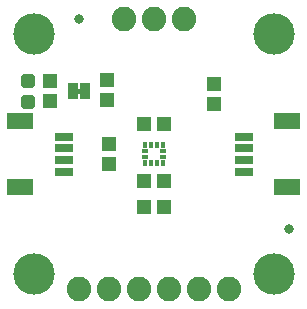
<source format=gts>
G04 EAGLE Gerber RS-274X export*
G75*
%MOMM*%
%FSLAX34Y34*%
%LPD*%
%INSoldermask Top*%
%IPPOS*%
%AMOC8*
5,1,8,0,0,1.08239X$1,22.5*%
G01*
%ADD10C,3.505200*%
%ADD11C,0.838200*%
%ADD12R,2.203200X1.403200*%
%ADD13R,1.553200X0.803200*%
%ADD14R,1.303200X1.203200*%
%ADD15R,1.203200X1.303200*%
%ADD16C,0.505344*%
%ADD17R,0.863600X1.473200*%
%ADD18C,2.082800*%
%ADD19R,0.478200X0.453200*%
%ADD20R,0.453200X0.478200*%

G36*
X65470Y178447D02*
X65470Y178447D01*
X65536Y178449D01*
X65579Y178467D01*
X65626Y178475D01*
X65683Y178509D01*
X65743Y178534D01*
X65778Y178565D01*
X65819Y178590D01*
X65861Y178641D01*
X65909Y178685D01*
X65931Y178727D01*
X65960Y178764D01*
X65981Y178826D01*
X66012Y178885D01*
X66020Y178939D01*
X66032Y178976D01*
X66031Y179016D01*
X66039Y179070D01*
X66039Y181610D01*
X66028Y181675D01*
X66026Y181741D01*
X66008Y181784D01*
X66000Y181831D01*
X65966Y181888D01*
X65941Y181948D01*
X65910Y181983D01*
X65885Y182024D01*
X65834Y182066D01*
X65790Y182114D01*
X65748Y182136D01*
X65711Y182165D01*
X65649Y182186D01*
X65590Y182217D01*
X65536Y182225D01*
X65499Y182237D01*
X65459Y182236D01*
X65405Y182244D01*
X61595Y182244D01*
X61530Y182233D01*
X61464Y182231D01*
X61421Y182213D01*
X61374Y182205D01*
X61317Y182171D01*
X61257Y182146D01*
X61222Y182115D01*
X61181Y182090D01*
X61140Y182039D01*
X61091Y181995D01*
X61069Y181953D01*
X61040Y181916D01*
X61019Y181854D01*
X60988Y181795D01*
X60980Y181741D01*
X60968Y181704D01*
X60968Y181701D01*
X60969Y181664D01*
X60961Y181610D01*
X60961Y179070D01*
X60972Y179005D01*
X60974Y178939D01*
X60992Y178896D01*
X61000Y178849D01*
X61034Y178792D01*
X61059Y178732D01*
X61090Y178697D01*
X61115Y178656D01*
X61166Y178615D01*
X61210Y178566D01*
X61252Y178544D01*
X61289Y178515D01*
X61351Y178494D01*
X61410Y178463D01*
X61464Y178455D01*
X61501Y178443D01*
X61541Y178444D01*
X61595Y178436D01*
X65405Y178436D01*
X65470Y178447D01*
G37*
D10*
X25400Y228600D03*
X228600Y228600D03*
D11*
X241300Y63500D03*
X63500Y241300D03*
D12*
X14050Y155000D03*
X14050Y99000D03*
D13*
X50800Y142000D03*
X50800Y132000D03*
X50800Y122000D03*
X50800Y112000D03*
D14*
X135500Y104140D03*
X118500Y104140D03*
D12*
X239950Y99000D03*
X239950Y155000D03*
D13*
X203200Y112000D03*
X203200Y122000D03*
X203200Y132000D03*
X203200Y142000D03*
D15*
X39370Y171840D03*
X39370Y188840D03*
D16*
X23810Y185620D02*
X16830Y185620D01*
X16830Y192600D01*
X23810Y192600D01*
X23810Y185620D01*
X23810Y190420D02*
X16830Y190420D01*
X16830Y168080D02*
X23810Y168080D01*
X16830Y168080D02*
X16830Y175060D01*
X23810Y175060D01*
X23810Y168080D01*
X23810Y172880D02*
X16830Y172880D01*
D15*
X87630Y173110D03*
X87630Y190110D03*
X177800Y169300D03*
X177800Y186300D03*
D17*
X58293Y180340D03*
X68707Y180340D03*
D14*
X135500Y152400D03*
X118500Y152400D03*
D15*
X88900Y135500D03*
X88900Y118500D03*
D14*
X118500Y82550D03*
X135500Y82550D03*
D18*
X152400Y241300D03*
X127000Y241300D03*
X101600Y241300D03*
X63500Y12700D03*
X88900Y12700D03*
X114300Y12700D03*
X139700Y12700D03*
X165100Y12700D03*
X190500Y12700D03*
D19*
X134500Y124500D03*
X134500Y129500D03*
X119500Y129500D03*
X119500Y124500D03*
D20*
X134500Y134625D03*
X129500Y134625D03*
X124500Y134625D03*
X119500Y134625D03*
X119500Y119375D03*
X124500Y119375D03*
X129500Y119375D03*
X134500Y119375D03*
D10*
X25400Y25400D03*
X228600Y25400D03*
M02*

</source>
